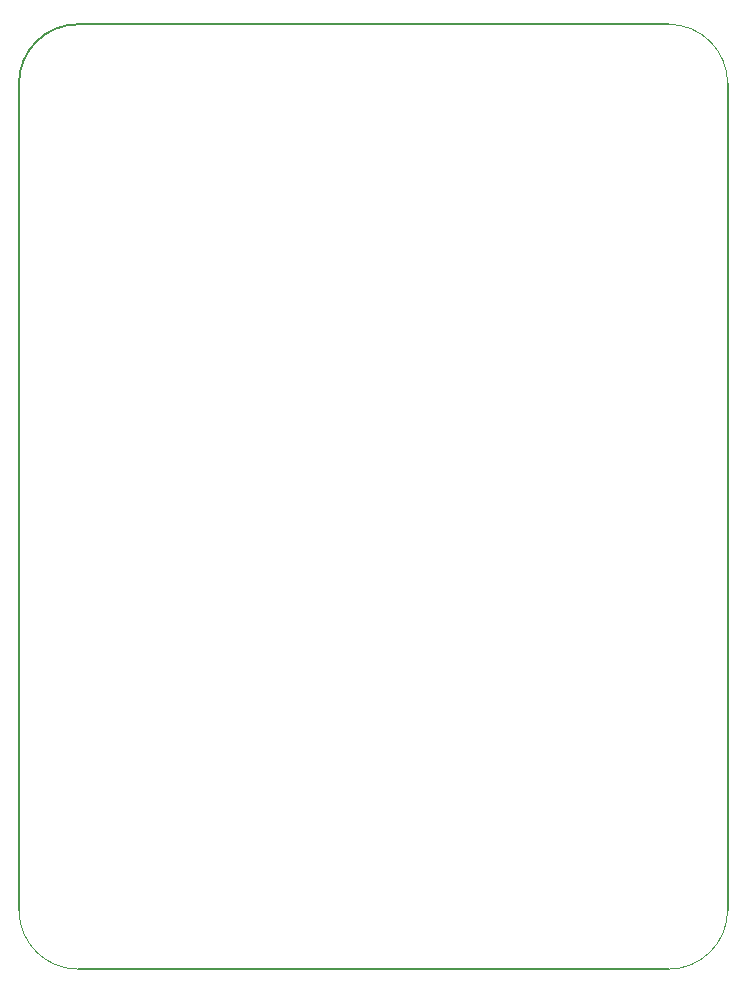
<source format=gm1>
G04 #@! TF.GenerationSoftware,KiCad,Pcbnew,(6.0.11-0)*
G04 #@! TF.CreationDate,2025-05-12T21:09:53-06:00*
G04 #@! TF.ProjectId,DigitalPCB,44696769-7461-46c5-9043-422e6b696361,rev?*
G04 #@! TF.SameCoordinates,Original*
G04 #@! TF.FileFunction,Profile,NP*
%FSLAX46Y46*%
G04 Gerber Fmt 4.6, Leading zero omitted, Abs format (unit mm)*
G04 Created by KiCad (PCBNEW (6.0.11-0)) date 2025-05-12 21:09:53*
%MOMM*%
%LPD*%
G01*
G04 APERTURE LIST*
G04 #@! TA.AperFunction,Profile*
%ADD10C,0.100000*%
G04 #@! TD*
G04 #@! TA.AperFunction,Profile*
%ADD11C,0.200000*%
G04 #@! TD*
G04 APERTURE END LIST*
D10*
X110000000Y-55000000D02*
G75*
G03*
X105000000Y-50000000I-5000000J0D01*
G01*
D11*
X105000000Y-50000000D02*
X55000000Y-50000000D01*
X55000000Y-50000000D02*
G75*
G03*
X50000000Y-55000000I0J-5000000D01*
G01*
D10*
X50000000Y-125000000D02*
G75*
G03*
X55000000Y-130000000I5000000J0D01*
G01*
D11*
X55000000Y-130000000D02*
X105000000Y-130000000D01*
X110000000Y-125000000D02*
X110000000Y-55000000D01*
D10*
X105000000Y-130000000D02*
G75*
G03*
X110000000Y-125000000I0J5000000D01*
G01*
D11*
X50000000Y-55000000D02*
X50000000Y-125000000D01*
M02*

</source>
